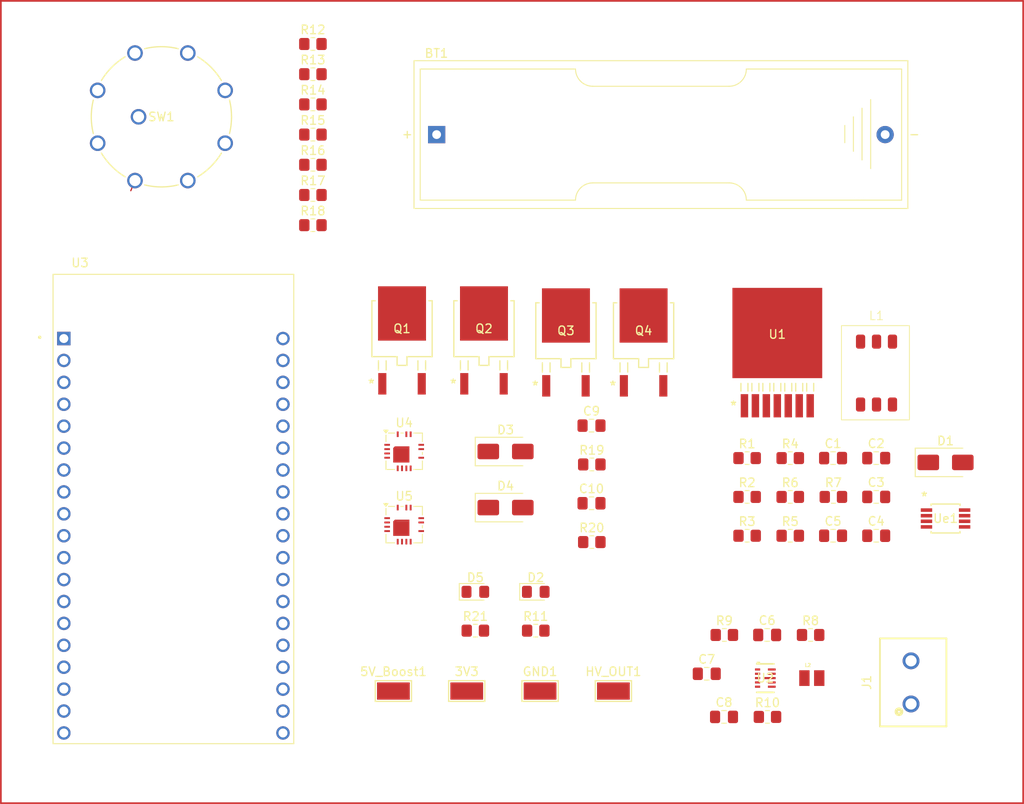
<source format=kicad_pcb>
(kicad_pcb (version 20240108) (generator "pcbnew") (generator_version "8.0")
  (layers (0 "F.Cu" signal) (1 "In1.Cu" signal) (2 "In2.Cu" signal) (31 "B.Cu" signal) (34 "B.Paste" user) (35 "F.Paste" user) (36 "B.SilkS" user "B.Silkscreen") (37 "F.SilkS" user "F.Silkscreen") (38 "B.Mask" user) (39 "F.Mask" user) (44 "Edge.Cuts" user))
  (net 0 "")
  (net 1 "ROT_3V3")
  (net 2 "+5V")
  (net 3 "Net-(BT1-+)")
  (net 4 "GND")
  (net 5 "Net-(C1-Pad1)")
  (net 6 "HV_OUT")
  (net 7 "3V3")
  (net 8 "Net-(D3-K)")
  (net 9 "Net-(Q1-S)")
  (net 10 "Net-(Q3-S)")
  (net 11 "Net-(D4-K)")
  (net 12 "Net-(D1-A)")
  (net 13 "Net-(D2-A)")
  (net 14 "P_Elec")
  (net 15 "N_Elec")
  (net 16 "Net-(U1-SW)")
  (net 17 "Net-(U2-L1)")
  (net 18 "Net-(U2-L2)")
  (net 19 "HV_Out")
  (net 20 "Net-(Q1-G)")
  (net 21 "Net-(Q2-G)")
  (net 22 "Net-(Q3-G)")
  (net 23 "Net-(Q4-G)")
  (net 24 "Net-(U1-~ON{slash}OFF)")
  (net 25 "Net-(U1-COMP)")
  (net 26 "Net-(U1-FB)")
  (net 27 "ESP32_SCL")
  (net 28 "Net-(Ue1-FS1)")
  (net 29 "ESP32_SDA")
  (net 30 "Net-(U2-PG)")
  (net 31 "Net-(U2-FB)")
  (net 32 "Net-(R12-Pad2)")
  (net 33 "Net-(R13-Pad2)")
  (net 34 "Net-(R14-Pad2)")
  (net 35 "Net-(R15-Pad2)")
  (net 36 "Net-(R16-Pad2)")
  (net 37 "Net-(R17-Pad2)")
  (net 38 "ROT_SW")
  (net 42 "DRV_B")
  (net 46 "DRV_A")
  (net 83 "Net-(D5-A)")
  (footprint "ESP32-DEVKITC_32UE:ESPRESSIF_ESP32-DEVKITC-32UE" (layer "F.Cu") (at 98.5 127)
    (property "Reference" "U3" (at -10.825 -31.635 0) (layer "F.SilkS"))
    (property "Value" "ESP32-DEVKITC-32UE")
    (pad "1" thru_hole rect (at -12.7 -22.86) (size 1.56 1.56) (drill 1.04) (layers "*.Cu" "*.Mask"))
    (pad "2" thru_hole circle (at -12.7 -20.32) (size 1.56 1.56) (drill 1.04) (layers "*.Cu" "*.Mask"))
    (pad "3" thru_hole circle (at -12.7 -17.78) (size 1.56 1.56) (drill 1.04) (layers "*.Cu" "*.Mask"))
    (pad "4" thru_hole circle (at -12.7 -15.24) (size 1.56 1.56) (drill 1.04) (layers "*.Cu" "*.Mask"))
    (pad "5" thru_hole circle (at -12.7 -12.7) (size 1.56 1.56) (drill 1.04) (layers "*.Cu" "*.Mask"))
    (pad "6" thru_hole circle (at -12.7 -10.16) (size 1.56 1.56) (drill 1.04) (layers "*.Cu" "*.Mask"))
    (pad "7" thru_hole circle (at -12.7 -7.62) (size 1.56 1.56) (drill 1.04) (layers "*.Cu" "*.Mask") (net 46 "DRV_A"))
    (pad "8" thru_hole circle (at -12.7 -5.08) (size 1.56 1.56) (drill 1.04) (layers "*.Cu" "*.Mask") (net 42 "DRV_B"))
    (pad "9" thru_hole circle (at -12.7 -2.54) (size 1.56 1.56) (drill 1.04) (layers "*.Cu" "*.Mask"))
    (pad "10" thru_hole circle (at -12.7 0) (size 1.56 1.56) (drill 1.04) (layers "*.Cu" "*.Mask"))
    (pad "11" thru_hole circle (at -12.7 2.54) (size 1.56 1.56) (drill 1.04) (layers "*.Cu" "*.Mask") (net 38 "ROT_SW"))
    (pad "12" thru_hole circle (at -12.7 5.08) (size 1.56 1.56) (drill 1.04) (layers "*.Cu" "*.Mask"))
    (pad "13" thru_hole circle (at -12.7 7.62) (size 1.56 1.56) (drill 1.04) (layers "*.Cu" "*.Mask"))
    (pad "14" thru_hole circle (at -12.7 10.16) (size 1.56 1.56) (drill 1.04) (layers "*.Cu" "*.Mask") (net 4 "GND"))
    (pad "15" thru_hole circle (at -12.7 12.7) (size 1.56 1.56) (drill 1.04) (layers "*.Cu" "*.Mask"))
    (pad "16" thru_hole circle (at -12.7 15.24) (size 1.56 1.56) (drill 1.04) (layers "*.Cu" "*.Mask"))
    (pad "17" thru_hole circle (at -12.7 17.78) (size 1.56 1.56) (drill 1.04) (layers "*.Cu" "*.Mask"))
    (pad "18" thru_hole circle (at -12.7 20.32) (size 1.56 1.56) (drill 1.04) (layers "*.Cu" "*.Mask"))
    (pad "19" thru_hole circle (at -12.7 22.86) (size 1.56 1.56) (drill 1.04) (layers "*.Cu" "*.Mask") (net 2 "+5V"))
    (pad "20" thru_hole circle (at 12.7 -22.86) (size 1.56 1.56) (drill 1.04) (layers "*.Cu" "*.Mask") (net 4 "GND"))
    (pad "21" thru_hole circle (at 12.7 -20.32) (size 1.56 1.56) (drill 1.04) (layers "*.Cu" "*.Mask"))
    (pad "22" thru_hole circle (at 12.7 -17.78) (size 1.56 1.56) (drill 1.04) (layers "*.Cu" "*.Mask") (net 27 "ESP32_SCL"))
    (pad "23" thru_hole circle (at 12.7 -15.24) (size 1.56 1.56) (drill 1.04) (layers "*.Cu" "*.Mask"))
    (pad "24" thru_hole circle (at 12.7 -12.7) (size 1.56 1.56) (drill 1.04) (layers "*.Cu" "*.Mask"))
    (pad "25" thru_hole circle (at 12.7 -10.16) (size 1.56 1.56) (drill 1.04) (layers "*.Cu" "*.Mask") (net 29 "ESP32_SDA"))
    (pad "26" thru_hole circle (at 12.7 -7.62) (size 1.56 1.56) (drill 1.04) (layers "*.Cu" "*.Mask") (net 4 "GND"))
    (pad "27" thru_hole circle (at 12.7 -5.08) (size 1.56 1.56) (drill 1.04) (layers "*.Cu" "*.Mask"))
    (pad "28" thru_hole circle (at 12.7 -2.54) (size 1.56 1.56) (drill 1.04) (layers "*.Cu" "*.Mask"))
    (pad "29" thru_hole circle (at 12.7 0) (size 1.56 1.56) (drill 1.04) (layers "*.Cu" "*.Mask"))
    (pad "30" thru_hole circle (at 12.7 2.54) (size 1.56 1.56) (drill 1.04) (layers "*.Cu" "*.Mask") (net 1 "ROT_3V3"))
    (pad "31" thru_hole circle (at 12.7 5.08) (size 1.56 1.56) (drill 1.04) (layers "*.Cu" "*.Mask"))
    (pad "32" thru_hole circle (at 12.7 7.62) (size 1.56 1.56) (drill 1.04) (layers "*.Cu" "*.Mask"))
    (pad "33" thru_hole circle (at 12.7 10.16) (size 1.56 1.56) (drill 1.04) (layers "*.Cu" "*.Mask"))
    (pad "34" thru_hole circle (at 12.7 12.7) (size 1.56 1.56) (drill 1.04) (layers "*.Cu" "*.Mask"))
    (pad "35" thru_hole circle (at 12.7 15.24) (size 1.56 1.56) (drill 1.04) (layers "*.Cu" "*.Mask"))
    (pad "36" thru_hole circle (at 12.7 17.78) (size 1.56 1.56) (drill 1.04) (layers "*.Cu" "*.Mask"))
    (pad "37" thru_hole circle (at 12.7 20.32) (size 1.56 1.56) (drill 1.04) (layers "*.Cu" "*.Mask"))
    (pad "38" thru_hole circle (at 12.7 22.86) (size 1.56 1.56) (drill 1.04) (layers "*.Cu" "*.Mask"))
  )
  (footprint "FES_Footprints:STD5N" (layer "F.Cu") (at 125 103)
    (property "Reference" "Q1" (at 0 0 0) (layer "F.SilkS"))
    (property "Value" "STD5N20L")
    (fp_text user "*" (at -3.556 6.3881 0) (layer "F.SilkS"))
    (fp_text user "*" (at -3.556 6.3881 0) (layer "F.SilkS"))
    (pad "1" smd rect (at -2.286 6.3881) (size 0.9398 2.4892) (layers "F.Cu" "F.Paste" "F.Mask") (net 19 "HV_Out"))
    (pad "2" smd rect (at 0 -1.7653) (size 5.5626 6.2992) (layers "F.Cu" "F.Paste" "F.Mask") (net 20 "Net-(Q1-G)"))
    (pad "3" smd rect (at 2.286 6.3881) (size 0.9398 2.4892) (layers "F.Cu" "F.Paste" "F.Mask") (net 9 "Net-(Q1-S)"))
  )
  (footprint "Resistor_SMD:R_0805_2012Metric_Pad1.20x1.40mm_HandSolder" (layer "F.Cu") (at 140.5 138)
    (property "Reference" "R11" (at 0 -1.65 0) (layer "F.SilkS"))
    (property "Value" "65")
    (pad "1" smd roundrect (at -1 0) (size 1.2 1.4) (layers "F.Cu" "F.Paste" "F.Mask") (roundrect_rratio 0.208333) (net 46 "DRV_A"))
    (pad "2" smd roundrect (at 1 0) (size 1.2 1.4) (layers "F.Cu" "F.Paste" "F.Mask") (roundrect_rratio 0.208333) (net 13 "Net-(D2-A)"))
  )
  (footprint "FES_Footprints:STD5N" (layer "F.Cu") (at 153 103.2347)
    (property "Reference" "Q4" (at 0 0 0) (layer "F.SilkS"))
    (property "Value" "STD5N20L")
    (fp_text user "*" (at -3.556 6.3881 0) (layer "F.SilkS"))
    (fp_text user "*" (at -3.556 6.3881 0) (layer "F.SilkS"))
    (pad "1" smd rect (at -2.286 6.3881) (size 0.9398 2.4892) (layers "F.Cu" "F.Paste" "F.Mask") (net 10 "Net-(Q3-S)"))
    (pad "2" smd rect (at 0 -1.7653) (size 5.5626 6.2992) (layers "F.Cu" "F.Paste" "F.Mask") (net 23 "Net-(Q4-G)"))
    (pad "3" smd rect (at 2.286 6.3881) (size 0.9398 2.4892) (layers "F.Cu" "F.Paste" "F.Mask") (net 4 "GND"))
  )
  (footprint "Diode_SMD:D_SMA" (layer "F.Cu") (at 137 117.2347)
    (property "Reference" "D3" (at 0 -2.5 0) (layer "F.SilkS"))
    (property "Value" "SS1150")
    (pad "1" smd roundrect (at -2 0) (size 2.5 1.8) (layers "F.Cu" "F.Paste" "F.Mask") (roundrect_rratio 0.1388888889) (net 8 "Net-(D3-K)"))
    (pad "2" smd roundrect (at 2 0) (size 2.5 1.8) (layers "F.Cu" "F.Paste" "F.Mask") (roundrect_rratio 0.1388888889) (net 2 "+5V"))
  )
  (footprint "Resistor_SMD:R_0805_2012Metric_Pad1.20x1.40mm_HandSolder" (layer "F.Cu") (at 162.36 138.5)
    (property "Reference" "R9" (at 0 -1.65 0) (layer "F.SilkS"))
    (property "Value" "806K")
    (pad "1" smd roundrect (at -1 0) (size 1.2 1.4) (layers "F.Cu" "F.Paste" "F.Mask") (roundrect_rratio 0.208333) (net 31 "Net-(U2-FB)"))
    (pad "2" smd roundrect (at 1 0) (size 1.2 1.4) (layers "F.Cu" "F.Paste" "F.Mask") (roundrect_rratio 0.208333) (net 2 "+5V"))
  )
  (footprint "Capacitor_SMD:C_0805_2012Metric_Pad1.18x1.45mm_HandSolder" (layer "F.Cu") (at 160.3225 143)
    (property "Reference" "C7" (at 0 -1.68 0) (layer "F.SilkS"))
    (property "Value" "22uF")
    (pad "1" smd roundrect (at -1.0375 0) (size 1.175 1.45) (layers "F.Cu" "F.Paste" "F.Mask") (roundrect_rratio 0.212766) (net 2 "+5V"))
    (pad "2" smd roundrect (at 1.0375 0) (size 1.175 1.45) (layers "F.Cu" "F.Paste" "F.Mask") (roundrect_rratio 0.212766) (net 4 "GND"))
  )
  (footprint "Diode_SMD:D_SMA" (layer "F.Cu") (at 137 123.7347)
    (property "Reference" "D4" (at 0 -2.5 0) (layer "F.SilkS"))
    (property "Value" "SS1150")
    (pad "1" smd roundrect (at -2 0) (size 2.5 1.8) (layers "F.Cu" "F.Paste" "F.Mask") (roundrect_rratio 0.1388888889) (net 11 "Net-(D4-K)"))
    (pad "2" smd roundrect (at 2 0) (size 2.5 1.8) (layers "F.Cu" "F.Paste" "F.Mask") (roundrect_rratio 0.1388888889) (net 2 "+5V"))
  )
  (footprint "FES_Footprints:21-0036_U8&plus_1_MXM" (layer "F.Cu") (at 188 125)
    (property "Reference" "Ue1" (at 0 0 0) (layer "F.SilkS"))
    (property "Value" "DS4432")
    (fp_text user "*" (at -2.4638 -2.52476 0) (layer "F.SilkS"))
    (fp_text user "*" (at -2.4638 -2.52476 0) (layer "F.SilkS"))
    (pad "1" smd rect (at -2.2098 -0.97536) (size 1.3208 0.4064) (layers "F.Cu" "F.Paste" "F.Mask") (net 29 "ESP32_SDA"))
    (pad "2" smd rect (at -2.2098 -0.32512) (size 1.3208 0.4064) (layers "F.Cu" "F.Paste" "F.Mask") (net 27 "ESP32_SCL"))
    (pad "3" smd rect (at -2.2098 0.32512) (size 1.3208 0.4064) (layers "F.Cu" "F.Paste" "F.Mask") (net 28 "Net-(Ue1-FS1)"))
    (pad "4" smd rect (at -2.2098 0.97536) (size 1.3208 0.4064) (layers "F.Cu" "F.Paste" "F.Mask") (net 4 "GND"))
    (pad "5" smd rect (at 2.2098 0.97536) (size 1.3208 0.4064) (layers "F.Cu" "F.Paste" "F.Mask"))
    (pad "6" smd rect (at 2.2098 0.32512) (size 1.3208 0.4064) (layers "F.Cu" "F.Paste" "F.Mask"))
    (pad "7" smd rect (at 2.2098 -0.32512) (size 1.3208 0.4064) (layers "F.Cu" "F.Paste" "F.Mask") (net 26 "Net-(U1-FB)"))
    (pad "8" smd rect (at 2.2098 -0.97536) (size 1.3208 0.4064) (layers "F.Cu" "F.Paste" "F.Mask") (net 7 "3V3"))
  )
  (footprint "Capacitor_SMD:C_0805_2012Metric_Pad1.18x1.45mm_HandSolder" (layer "F.Cu") (at 174.9625 118)
    (property "Reference" "C1" (at 0 -1.68 0) (layer "F.SilkS"))
    (property "Value" ".47u")
    (pad "1" smd roundrect (at -1.0375 0) (size 1.175 1.45) (layers "F.Cu" "F.Paste" "F.Mask") (roundrect_rratio 0.212766) (net 5 "Net-(C1-Pad1)"))
    (pad "2" smd roundrect (at 1.0375 0) (size 1.175 1.45) (layers "F.Cu" "F.Paste" "F.Mask") (roundrect_rratio 0.212766) (net 4 "GND"))
  )
  (footprint "Diode_SMD:D_SMA" (layer "F.Cu") (at 188 118.5)
    (property "Reference" "D1" (at 0 -2.5 0) (layer "F.SilkS"))
    (property "Value" "US1G")
    (pad "1" smd roundrect (at -2 0) (size 2.5 1.8) (layers "F.Cu" "F.Paste" "F.Mask") (roundrect_rratio 0.1388888889) (net 6 "HV_OUT"))
    (pad "2" smd roundrect (at 2 0) (size 2.5 1.8) (layers "F.Cu" "F.Paste" "F.Mask") (roundrect_rratio 0.1388888889) (net 12 "Net-(D1-A)"))
  )
  (footprint "Screw-Terminal-1x2:691137710002" (layer "F.Cu") (at 184 144 90)
    (property "Reference" "J1" (at 0 -5.135 90) (layer "F.SilkS"))
    (property "Value" "Screw_Terminal_01x02")
    (pad "1" thru_hole circle (at -2.5 0 90) (size 1.95 1.95) (drill 1.3) (layers "*.Cu" "*.Mask") (net 15 "N_Elec"))
    (pad "2" thru_hole circle (at 2.5 0 90) (size 1.95 1.95) (drill 1.3) (layers "*.Cu" "*.Mask") (net 14 "P_Elec"))
  )
  (footprint "LED_SMD:LED_0805_2012Metric_Pad1.15x1.40mm_HandSolder" (layer "F.Cu") (at 140.5 133.5)
    (property "Reference" "D2" (at 0 -1.65 0) (layer "F.SilkS"))
    (property "Value" "LED")
    (pad "1" smd roundrect (at -1.025 0) (size 1.15 1.4) (layers "F.Cu" "F.Paste" "F.Mask") (roundrect_rratio 0.217391) (net 4 "GND"))
    (pad "2" smd roundrect (at 1.025 0) (size 1.15 1.4) (layers "F.Cu" "F.Paste" "F.Mask") (roundrect_rratio 0.217391) (net 13 "Net-(D2-A)"))
  )
  (footprint "FES_Footprints:WE 750311691" (layer "F.Cu") (at 180 107.726)
    (property "Reference" "L1" (at 0 -6.226 0) (layer "F.SilkS") (effects (font (thickness 0.1))))
    (property "Value" "60u")
    (pad "1" smd roundrect (at -1.85 -3.226 180) (size 1.07 1.63) (layers "F.Cu" "F.Paste" "F.Mask") (net 16 "Net-(U1-SW)"))
    (pad "2" smd roundrect (at 0 -3.226 180) (size 1.07 1.63) (layers "F.Cu" "F.Paste" "F.Mask"))
    (pad "3" smd roundrect (at 1.85 -3.226 180) (size 1.07 1.63) (layers "F.Cu" "F.Paste" "F.Mask") (net 2 "+5V"))
    (pad "4" smd roundrect (at 1.85 4.064 180) (size 1.07 1.63) (layers "F.Cu" "F.Paste" "F.Mask") (net 12 "Net-(D1-A)"))
    (pad "5" smd roundrect (at 0 4.064 180) (size 1.07 1.63) (layers "F.Cu" "F.Paste" "F.Mask"))
    (pad "6" smd roundrect (at -1.85 4.064 180) (size 1.07 1.63) (layers "F.Cu" "F.Paste" "F.Mask") (net 4 "GND"))
  )
  (footprint "Capacitor_SMD:C_0805_2012Metric_Pad1.18x1.45mm_HandSolder" (layer "F.Cu") (at 174.9625 127)
    (property "Reference" "C5" (at 0 -1.68 0) (layer "F.SilkS"))
    (property "Value" ".1u")
    (pad "1" smd roundrect (at -1.0375 0) (size 1.175 1.45) (layers "F.Cu" "F.Paste" "F.Mask") (roundrect_rratio 0.212766) (net 7 "3V3"))
    (pad "2" smd roundrect (at 1.0375 0) (size 1.175 1.45) (layers "F.Cu" "F.Paste" "F.Mask") (roundrect_rratio 0.212766) (net 4 "GND"))
  )
  (footprint "Package_DFN_QFN:Infineon_MLPQ-16-14-1EP_4x4mm_P0.5mm" (layer "F.Cu") (at 125.25 125.7097)
    (property "Reference" "U5" (at 0 -3.3 0) (layer "F.SilkS"))
    (property "Value" "IRS2005M")
    (pad "1" smd rect (at -1.975 -0.75) (size 0.65 0.22) (layers "F.Cu" "F.Paste" "F.Mask"))
    (pad "2" smd rect (at -1.975 -0.25) (size 0.65 0.22) (layers "F.Cu" "F.Paste" "F.Mask") (net 42 "DRV_B"))
    (pad "3" smd rect (at -1.975 0.25) (size 0.65 0.22) (layers "F.Cu" "F.Paste" "F.Mask") (net 46 "DRV_A"))
    (pad "4" smd rect (at -1.975 0.75) (size 0.65 0.22) (layers "F.Cu" "F.Paste" "F.Mask") (net 4 "GND"))
    (pad "5" smd rect (at -0.75 1.975) (size 0.22 0.65) (layers "F.Cu" "F.Paste" "F.Mask"))
    (pad "6" smd rect (at -0.25 1.975) (size 0.22 0.65) (layers "F.Cu" "F.Paste" "F.Mask"))
    (pad "7" smd rect (at 0.25 1.975) (size 0.22 0.65) (layers "F.Cu" "F.Paste" "F.Mask") (net 23 "Net-(Q4-G)"))
    (pad "8" smd rect (at 0.75 1.975) (size 0.22 0.65) (layers "F.Cu" "F.Paste" "F.Mask"))
    (pad "9" smd rect (at 1.975 0.75) (size 0.65 0.22) (layers "F.Cu" "F.Paste" "F.Mask"))
    (pad "11" smd rect (at 1.975 -0.25) (size 0.65 0.22) (layers "F.Cu" "F.Paste" "F.Mask") (net 10 "Net-(Q3-S)"))
    (pad "12" smd rect (at 1.975 -0.75) (size 0.65 0.22) (layers "F.Cu" "F.Paste" "F.Mask") (net 22 "Net-(Q3-G)"))
    (pad "13" smd rect (at 0.75 -1.975) (size 0.22 0.65) (layers "F.Cu" "F.Paste" "F.Mask") (net 11 "Net-(D4-K)"))
    (pad "14" smd rect (at 0.25 -1.975) (size 0.22 0.65) (layers "F.Cu" "F.Paste" "F.Mask"))
    (pad "16" smd rect (at -0.75 -1.975) (size 0.22 0.65) (layers "F.Cu" "F.Paste" "F.Mask") (net 2 "+5V"))
    (pad "17" smd rect (at -1.075 -0.375 45) (size 0.2828 0.2828) (layers "F.Cu" "F.Mask") (net 4 "GND"))
    (pad "17" smd rect (at -0.335 0.465) (size 1.88 1.68) (layers "F.Cu" "F.Mask") (net 4 "GND"))
    (pad "17" smd rect (at -0.235 -0.475) (size 1.68 0.2) (layers "F.Cu" "F.Mask") (net 4 "GND"))
  )
  (footprint "TestPoint:TestPoint_Keystone_5019_Minature" (layer "F.Cu") (at 124 145)
    (property "Reference" "5V_Boost1" (at 0 -2.25 0) (layer "F.SilkS"))
    (property "Value" "TestPoint")
    (pad "1" smd rect (at 0 0) (size 3.8 2) (layers "F.Cu" "F.Paste" "F.Mask") (net 2 "+5V"))
  )
  (footprint "FES_Footprints:STD5N" (layer "F.Cu") (at 144 103.2347)
    (property "Reference" "Q3" (at 0 0 0) (layer "F.SilkS"))
    (property "Value" "STD5N20L")
    (fp_text user "*" (at -3.556 6.3881 0) (layer "F.SilkS"))
    (fp_text user "*" (at -3.556 6.3881 0) (layer "F.SilkS"))
    (pad "1" smd rect (at -2.286 6.3881) (size 0.9398 2.4892) (layers "F.Cu" "F.Paste" "F.Mask") (net 19 "HV_Out"))
    (pad "2" smd rect (at 0 -1.7653) (size 5.5626 6.2992) (layers "F.Cu" "F.Paste" "F.Mask") (net 22 "Net-(Q3-G)"))
    (pad "3" smd rect (at 2.286 6.3881) (size 0.9398 2.4892) (layers "F.Cu" "F.Paste" "F.Mask") (net 10 "Net-(Q3-S)"))
  )
  (footprint "Resistor_SMD:R_0805_2012Metric_Pad1.20x1.40mm_HandSolder" (layer "F.Cu") (at 114.67043 73.5)
    (property "Reference" "R13" (at 0 -1.65 0) (layer "F.SilkS"))
    (property "Value" "1K")
    (pad "1" smd roundrect (at -1 0) (size 1.2 1.4) (layers "F.Cu" "F.Paste" "F.Mask") (roundrect_rratio 0.208333) (net 32 "Net-(R12-Pad2)"))
    (pad "2" smd roundrect (at 1 0) (size 1.2 1.4) (layers "F.Cu" "F.Paste" "F.Mask") (roundrect_rratio 0.208333) (net 33 "Net-(R13-Pad2)"))
  )
  (footprint "Battery:BatteryHolder_Keystone_2460_1xAA" (layer "F.Cu") (at 129.01 80.5)
    (property "Reference" "BT1" (at -0.02 -9.42 180) (layer "F.SilkS"))
    (property "Value" "1.5V")
    (fp_text user "+" (at -3.4 -0.06 0) (layer "F.SilkS"))
    (fp_text user "-" (at 55.37 -0.06 0) (layer "F.SilkS"))
    (pad "" np_thru_hole circle (at 2.75 -5.995 90) (size 2.64 2.64) (drill 2.64) (layers "*.Cu" "*.Mask"))
    (pad "" np_thru_hole circle (at 49.23 5.995) (size 2.64 2.64) (drill 2.64) (layers "*.Cu" "*.Mask"))
    (pad "1" thru_hole rect (at 0 0 180) (size 2 2) (drill 1.02) (layers "*.Cu" "*.Mask") (net 3 "Net-(BT1-+)"))
    (pad "2" thru_hole circle (at 51.99 0 180) (size 2 2) (drill 1.02) (layers "*.Cu" "*.Mask") (net 4 "GND"))
  )
  (footprint "Resistor_SMD:R_0805_2012Metric_Pad1.20x1.40mm_HandSolder" (layer "F.Cu") (at 165 127)
    (property "Reference" "R3" (at 0 -1.65 0) (layer "F.SilkS"))
    (property "Value" "86k")
    (pad "1" smd roundrect (at -1 0) (size 1.2 1.4) (layers "F.Cu" "F.Paste" "F.Mask") (roundrect_rratio 0.208333) (net 6 "HV_OUT"))
    (pad "2" smd roundrect (at 1 0) (size 1.2 1.4) (layers "F.Cu" "F.Paste" "F.Mask") (roundrect_rratio 0.208333) (net 26 "Net-(U1-FB)"))
  )
  (footprint "TestPoint:TestPoint_Keystone_5019_Minature" (layer "F.Cu") (at 149.5 145)
    (property "Reference" "HV_OUT1" (at 0 -2.25 0) (layer "F.SilkS"))
    (property "Value" "TestPoint")
    (pad "1" smd rect (at 0 0) (size 3.8 2) (layers "F.Cu" "F.Paste" "F.Mask") (net 6 "HV_OUT"))
  )
  (footprint "Capacitor_SMD:C_0805_2012Metric_Pad1.18x1.45mm_HandSolder" (layer "F.Cu") (at 179.9625 122.5)
    (property "Reference" "C3" (at 0 -1.68 0) (layer "F.SilkS"))
    (property "Value" "22u")
    (pad "1" smd roundrect (at -1.0375 0) (size 1.175 1.45) (layers "F.Cu" "F.Paste" "F.Mask") (roundrect_rratio 0.212766) (net 6 "HV_OUT"))
    (pad "2" smd roundrect (at 1.0375 0) (size 1.175 1.45) (layers "F.Cu" "F.Paste" "F.Mask") (roundrect_rratio 0.212766) (net 4 "GND"))
  )
  (footprint "Capacitor_SMD:C_0805_2012Metric_Pad1.18x1.45mm_HandSolder" (layer "F.Cu") (at 162.3225 148)
    (property "Reference" "C8" (at 0 -1.68 0) (layer "F.SilkS"))
    (property "Value" "22uF")
    (pad "1" smd roundrect (at -1.0375 0) (size 1.175 1.45) (layers "F.Cu" "F.Paste" "F.Mask") (roundrect_rratio 0.212766) (net 2 "+5V"))
    (pad "2" smd roundrect (at 1.0375 0) (size 1.175 1.45) (layers "F.Cu" "F.Paste" "F.Mask") (roundrect_rratio 0.212766) (net 4 "GND"))
  )
  (footprint "Capacitor_SMD:C_0805_2012Metric_Pad1.18x1.45mm_HandSolder" (layer "F.Cu") (at 179.9625 118)
    (property "Reference" "C2" (at 0 -1.68 0) (layer "F.SilkS"))
    (property "Value" "1u")
    (pad "1" smd roundrect (at -1.0375 0) (size 1.175 1.45) (layers "F.Cu" "F.Paste" "F.Mask") (roundrect_rratio 0.212766) (net 2 "+5V"))
    (pad "2" smd roundrect (at 1.0375 0) (size 1.175 1.45) (layers "F.Cu" "F.Paste" "F.Mask") (roundrect_rratio 0.212766) (net 4 "GND"))
  )
  (footprint "LED_SMD:LED_0805_2012Metric_Pad1.15x1.40mm_HandSolder" (layer "F.Cu") (at 133.5 133.5)
    (property "Reference" "D5" (at 0 -1.65 0) (layer "F.SilkS"))
    (property "Value" "LED")
    (pad "1" smd roundrect (at -1.025 0) (size 1.15 1.4) (layers "F.Cu" "F.Paste" "F.Mask") (roundrect_rratio 0.217391) (net 4 "GND"))
    (pad "2" smd roundrect (at 1.025 0) (size 1.15 1.4) (layers "F.Cu" "F.Paste" "F.Mask") (roundrect_rratio 0.217391) (net 83 "Net-(D5-A)"))
  )
  (footprint "Capacitor_SMD:C_0805_2012Metric_Pad1.18x1.45mm_HandSolder" (layer "F.Cu") (at 167.3225 138.5)
    (property "Reference" "C6" (at 0 -1.68 0) (layer "F.SilkS"))
    (property "Value" "10uF")
    (pad "1" smd roundrect (at -1.0375 0) (size 1.175 1.45) (layers "F.Cu" "F.Paste" "F.Mask") (roundrect_rratio 0.212766) (net 3 "Net-(BT1-+)"))
    (pad "2" smd roundrect (at 1.0375 0) (size 1.175 1.45) (layers "F.Cu" "F.Paste" "F.Mask") (roundrect_rratio 0.212766) (net 4 "GND"))
  )
  (footprint "Resistor_SMD:R_0805_2012Metric_Pad1.20x1.40mm_HandSolder" (layer "F.Cu") (at 114.67043 70)
    (property "Reference" "R12" (at 0 -1.65 0) (layer "F.SilkS"))
    (property "Value" "1K")
    (pad "1" smd roundrect (at -1 0) (size 1.2 1.4) (layers "F.Cu" "F.Paste" "F.Mask") (roundrect_rratio 0.208333) (net 1 "ROT_3V3"))
    (pad "2" smd roundrect (at 1 0) (size 1.2 1.4) (layers "F.Cu" "F.Paste" "F.Mask") (roundrect_rratio 0.208333) (net 32 "Net-(R12-Pad2)"))
  )
  (footprint "Resistor_SMD:R_0805_2012Metric_Pad1.20x1.40mm_HandSolder" (layer "F.Cu") (at 165 122.5)
    (property "Reference" "R2" (at 0 -1.65 0) (layer "F.SilkS"))
    (property "Value" "2k")
    (pad "1" smd roundrect (at -1 0) (size 1.2 1.4) (layers "F.Cu" "F.Paste" "F.Mask") (roundrect_rratio 0.208333) (net 25 "Net-(U1-COMP)"))
    (pad "2" smd roundrect (at 1 0) (size 1.2 1.4) (layers "F.Cu" "F.Paste" "F.Mask") (roundrect_rratio 0.208333) (net 5 "Net-(C1-Pad1)"))
  )
  (footprint "Resistor_SMD:R_0805_2012Metric_Pad1.20x1.40mm_HandSolder" (layer "F.Cu") (at 172.36 138.5)
    (property "Reference" "R8" (at 0 -1.65 0) (layer "F.SilkS"))
    (property "Value" "100K")
    (pad "1" smd roundrect (at -1 0) (size 1.2 1.4) (layers "F.Cu" "F.Paste" "F.Mask") (roundrect_rratio 0.208333) (net 30 "Net-(U2-PG)"))
    (pad "2" smd roundrect (at 1 0) (size 1.2 1.4) (layers "F.Cu" "F.Paste" "F.Mask") (roundrect_rratio 0.208333) (net 2 "+5V"))
  )
  (footprint "Resistor_SMD:R_0805_2012Metric_Pad1.20x1.40mm_HandSolder" (layer "F.Cu") (at 114.67043 84)
    (property "Reference" "R16" (at 0 -1.65 0) (layer "F.SilkS"))
    (property "Value" "1K")
    (pad "1" smd roundrect (at -1 0) (size 1.2 1.4) (layers "F.Cu" "F.Paste" "F.Mask") (roundrect_rratio 0.208333) (net 35 "Net-(R15-Pad2)"))
    (pad "2" smd roundrect (at 1 0) (size 1.2 1.4) (layers "F.Cu" "F.Paste" "F.Mask") (roundrect_rratio 0.208333) (net 36 "Net-(R16-Pad2)"))
  )
  (footprint "Resistor_SMD:R_0805_2012Metric_Pad1.20x1.40mm_HandSolder" (layer "F.Cu") (at 170 122.5)
    (property "Reference" "R6" (at 0 -1.65 0) (layer "F.SilkS"))
    (property "Value" "80k")
    (pad "1" smd roundrect (at -1 0) (size 1.2 1.4) (layers "F.Cu" "F.Paste" "F.Mask") (roundrect_rratio 0.208333) (net 28 "Net-(Ue1-FS1)"))
    (pad "2" smd roundrect (at 1 0) (size 1.2 1.4) (layers "F.Cu" "F.Paste" "F.Mask") (roundrect_rratio 0.208333) (net 4 "GND"))
  )
  (footprint "Resistor_SMD:R_0805_2012Metric_Pad1.20x1.40mm_HandSolder" (layer "F.Cu") (at 147 118.7347)
    (property "Reference" "R19" (at 0 -1.65 0) (layer "F.SilkS"))
    (property "Value" "250")
    (pad "1" smd roundrect (at -1 0) (size 1.2 1.4) (layers "F.Cu" "F.Paste" "F.Mask") (roundrect_rratio 0.208333) (net 9 "Net-(Q1-S)"))
    (pad "2" smd roundrect (at 1 0) (size 1.2 1.4) (layers "F.Cu" "F.Paste" "F.Mask") (roundrect_rratio 0.208333) (net 14 "P_Elec"))
  )
  (footprint "FES_Footprints:STD5N" (layer "F.Cu") (at 134.5 103)
    (property "Reference" "Q2" (at 0 0 0) (layer "F.SilkS"))
    (property "Value" "STD5N20L")
    (fp_text user "*" (at -3.556 6.3881 0) (layer "F.SilkS"))
    (fp_text user "*" (at -3.556 6.3881 0) (layer "F.SilkS"))
    (pad "1" smd rect (at -2.286 6.3881) (size 0.9398 2.4892) (layers "F.Cu" "F.Paste" "F.Mask") (net 9 "Net-(Q1-S)"))
    (pad "2" smd rect (at 0 -1.7653) (size 5.5626 6.2992) (layers "F.Cu" "F.Paste" "F.Mask") (net 21 "Net-(Q2-G)"))
    (pad "3" smd rect (at 2.286 6.3881) (size 0.9398 2.4892) (layers "F.Cu" "F.Paste" "F.Mask") (net 4 "GND"))
  )
  (footprint "Resistor_SMD:R_0805_2012Metric_Pad1.20x1.40mm_HandSolder" (layer "F.Cu") (at 170 127)
    (property "Reference" "R5" (at 0 -1.65 0) (layer "F.SilkS"))
    (property "Value" "4.7k")
    (pad "1" smd roundrect (at -1 0) (size 1.2 1.4) (layers "F.Cu" "F.Paste" "F.Mask") (roundrect_rratio 0.208333) (net 7 "3V3"))
    (pad "2" smd roundrect (at 1 0) (size 1.2 1.4) (layers "F.Cu" "F.Paste" "F.Mask") (roundrect_rratio 0.208333) (net 27 "ESP32_SCL"))
  )
  (footprint "Resistor_SMD:R_0805_2012Metric_Pad1.20x1.40mm_HandSolder" (layer "F.Cu") (at 175 122.5)
    (property "Reference" "R7" (at 0 -1.65 0) (layer "F.SilkS"))
    (property "Value" "4.7k")
    (pad "1" smd roundrect (at -1 0) (size 1.2 1.4) (layers "F.Cu" "F.Paste" "F.Mask") (roundrect_rratio 0.208333) (net 7 "3V3"))
    (pad "2" smd roundrect (at 1 0) (size 1.2 1.4) (layers "F.Cu" "F.Paste" "F.Mask") (roundrect_rratio 0.208333) (net 29 "ESP32_SDA"))
  )
  (footprint "Resistor_SMD:R_0805_2012Metric_Pad1.20x1.40mm_HandSolder" (layer "F.Cu") (at 114.67043 87.5)
    (property "Reference" "R17" (at 0 -1.65 0) (layer "F.SilkS"))
    (property "Value" "1K")
    (pad "1" smd roundrect (at -1 0) (size 1.2 1.4) (layers "F.Cu" "F.Paste" "F.Mask") (roundrect_rratio 0.208333) (net 36 "Net-(R16-Pad2)"))
    (pad "2" smd roundrect (at 1 0) (size 1.2 1.4) (layers "F.Cu" "F.Paste" "F.Mask") (roundrect_rratio 0.208333) (net 37 "Net-(R17-Pad2)"))
  )
  (footprint "TPS63802DLAR:DLA0010A" (layer "F.Cu") (at 167.109999 143.500001)
    (property "Reference" "U2" (at 0 0 0) (layer "F.SilkS"))
    (property "Value" "TPS63802DLAR")
    (pad "1" smd rect (at -0.900001 -1.000001) (size 0.599999 0.249999) (layers "F.Cu" "F.Paste" "F.Mask") (net 3 "Net-(BT1-+)"))
    (pad "2" smd rect (at -0.900001 -0.499999) (size 0.599999 0.249999) (layers "F.Cu" "F.Paste" "F.Mask") (net 4 "GND"))
    (pad "3" smd rect (at -0.900001 0) (size 0.599999 0.249999) (layers "F.Cu" "F.Paste" "F.Mask") (net 4 "GND"))
    (pad "4" smd rect (at -0.900001 0.499999) (size 0.599999 0.249999) (layers "F.Cu" "F.Paste" "F.Mask") (net 31 "Net-(U2-FB)"))
    (pad "5" smd rect (at -0.900001 1.000001) (size 0.599999 0.249999) (layers "F.Cu" "F.Paste" "F.Mask") (net 30 "Net-(U2-PG)"))
    (pad "6" smd rect (at 0.750001 1.000001) (size 0.900001 0.249999) (layers "F.Cu" "F.Paste" "F.Mask") (net 2 "+5V"))
    (pad "7" smd rect (at 0.750001 0.499999) (size 0.900001 0.249999) (layers "F.Cu" "F.Paste" "F.Mask") (net 18 "Net-(U2-L2)"))
    (pad "8" smd rect (at 0.549999 0) (size 1.3 0.249999) (layers "F.Cu" "F.Mask") (net 4 "GND"))
    (pad "9" smd rect (at 0.750001 -0.499999) (size 0.900001 0.249999) (layers "F.Cu" "F.Paste" "F.Mask") (net 17 "Net-(U2-L1)"))
    (pad "10" smd rect (at 0.750001 -1.000001) (size 0.900001 0.249999) (layers "F.Cu" "F.Paste" "F.Mask") (net 3 "Net-(BT1-+)"))
  )
  (footprint "TestPoint:TestPoint_Keystone_5019_Minature" (layer "F.Cu") (at 141 145)
    (property "Reference" "GND1" (at 0 -2.25 0) (layer "F.SilkS"))
    (property "Value" "TestPoint")
    (pad "1" smd rect (at 0 0) (size 3.8 2) (layers "F.Cu" "F.Paste" "F.Mask") (net 4 "GND"))
  )
  (footprint "Resistor_SMD:R_0805_2012Metric_Pad1.20x1.40mm_HandSolder" (layer "F.Cu") (at 133.5 138)
    (property "Reference" "R21" (at 0 -1.65 0) (layer "F.SilkS"))
    (property "Value" "65")
    (pad "1" smd roundrect (at -1 0) (size 1.2 1.4) (layers "F.Cu" "F.Paste" "F.Mask") (roundrect_rratio 0.208333) (net 42 "DRV_B"))
    (pad "2" smd roundrect (at 1 0) (size 1.2 1.4) (layers "F.Cu" "F.Paste" "F.Mask") (roundrect_rratio 0.208333) (net 83 "Net-(D5-A)"))
  )
  (footprint "Resistor_SMD:R_0805_2012Metric_Pad1.20x1.40mm_HandSolder" (layer "F.Cu") (at 167.36 148)
    (property "Reference" "R10" (at 0 -1.65 0) (layer "F.SilkS"))
    (property "Value" "91K")
    (pad "1" smd roundrect (at -1 0) (size 1.2 1.4) (layers "F.Cu" "F.Paste" "F.Mask") (roundrect_rratio 0.208333) (net 4 "GND"))
    (pad "2" smd roundrect (at 1 0) (size 1.2 1.4) (layers "F.Cu" "F.Paste" "F.Mask") (roundrect_rratio 0.208333) (net 31 "Net-(U2-FB)"))
  )
  (footprint "DFE201612P-470nH:INDC2016X120N" (layer "F.Cu") (at 172.5 143.5)
    (property "Reference" "L2" (at -0.46 -1.5 0) (layer "F.SilkS") (effects (font (size 0.393701 0.393701))))
    (property "Value" "470nH")
    (pad "1" smd rect (at -0.86 0) (size 1.2 1.82) (layers "F.Cu" "F.Paste" "F.Mask") (net 17 "Net-(U2-L1)"))
    (pad "2" smd rect (at 0.86 0) (size 1.2 1.82) (layers "F.Cu" "F.Paste" "F.Mask") (net 18 "Net-(U2-L2)"))
  )
  (footprint "Resistor_SMD:R_0805_2012Metric_Pad1.20x1.40mm_HandSolder" (layer "F.Cu") (at 147 127.7347)
    (property "Reference" "R20" (at 0 -1.65 0) (layer "F.SilkS"))
    (property "Value" "250")
    (pad "1" smd roundrect (at -1 0) (size 1.2 1.4) (layers "F.Cu" "F.Paste" "F.Mask") (roundrect_rratio 0.208333) (net 15 "N_Elec"))
    (pad "2" smd roundrect (at 1 0) (size 1.2 1.4) (layers "F.Cu" "F.Paste" "F.Mask") (roundrect_rratio 0.208333) (net 10 "Net-(Q3-S)"))
  )
  (footprint "Resistor_SMD:R_0805_2012Metric_Pad1.20x1.40mm_HandSolder" (layer "F.Cu") (at 170 118)
    (property "Reference" "R4" (at 0 -1.65 0) (layer "F.SilkS"))
    (property "Value" "12k")
    (pad "1" smd roundrect (at -1 0) (size 1.2 1.4) (layers "F.Cu" "F.Paste" "F.Mask") (roundrect_rratio 0.208333) (net 26 "Net-(U1-FB)"))
    (pad "2" smd roundrect (at 1 0) (size 1.2 1.4) (layers "F.Cu" "F.Paste" "F.Mask") (roundrect_rratio 0.208333) (net 4 "GND"))
  )
  (footprint "Capacitor_SMD:C_0805_2012Metric_Pad1.18x1.45mm_HandSolder" (layer "F.Cu") (at 179.9625 127)
    (property "Reference" "C4" (at 0 -1.68 0) (layer "F.SilkS"))
    (property "Value" "100u")
    (pad "1" smd roundrect (at -1.0375 0) (size 1.175 1.45) (layers "F.Cu" "F.Paste" "F.Mask") (roundrect_rratio 0.212766) (net 6 "HV_OUT"))
    (pad "2" smd roundrect (at 1.0375 0) (size 1.175 1.45) (layers "F.Cu" "F.Paste" "F.Mask") (roundrect_rratio 0.212766) (net 4 "GND"))
  )
  (footprint "Capacitor_SMD:C_0805_2012Metric_Pad1.18x1.45mm_HandSolder" (layer "F.Cu") (at 146.9625 114.2347)
    (property "Reference" "C9" (at 0 -1.68 0) (layer "F.SilkS"))
    (property "Value" "10n")
    (pad "1" smd roundrect (at -1.0375 0) (size 1.175 1.45) (layers "F.Cu" "F.Paste" "F.Mask") (roundrect_rratio 0.212766) (net 8 "Net-(D3-K)"))
    (pad "2" smd roundrect (at 1.0375 0) (size 1.175 1.45) (layers "F.Cu" "F.Paste" "F.Mask") (roundrect_rratio 0.212766) (net 9 "Net-(Q1-S)"))
  )
  (footprint "Resistor_SMD:R_0805_2012Metric_Pad1.20x1.40mm_HandSolder" (layer "F.Cu") (at 114.67043 91)
    (property "Reference" "R18" (at 0 -1.65 0) (layer "F.SilkS"))
    (property "Value" "1K")
    (pad "1" smd roundrect (at -1 0) (size 1.2 1.4) (layers "F.Cu" "F.Paste" "F.Mask") (roundrect_rratio 0.208333) (net 37 "Net-(R17-Pad2)"))
    (pad "2" smd roundrect (at 1 0) (size 1.2 1.4) (layers "F.Cu" "F.Paste" "F.Mask") (roundrect_rratio 0.208333) (net 4 "GND"))
  )
  (footprint "FES_Footprints:TS7B" (layer "F.Cu") (at 168.5 103.6524)
    (property "Reference" "U1" (at 0 0 0) (layer "F.SilkS"))
    (property "Value" "LM2586S")
    (fp_text user "*" (at -5.08 8.2804 0) (layer "F.SilkS"))
    (fp_text user "*" (at -5.08 8.2804 0) (layer "F.SilkS"))
    (pad "1" smd rect (at -3.81 8.2804) (size 0.8636 2.6924) (layers "F.Cu" "F.Paste" "F.Mask") (net 24 "Net-(U1-~ON{slash}OFF)"))
    (pad "2" smd rect (at -2.54 8.2804) (size 0.8636 2.6924) (layers "F.Cu" "F.Paste" "F.Mask") (net 25 "Net-(U1-COMP)"))
    (pad "3" smd rect (at -1.27 8.2804) (size 0.8636 2.6924) (layers "F.Cu" "F.Paste" "F.Mask") (net 26 "Net-(U1-FB)"))
    (pad "4" smd rect (at 0 8.2804) (size 0.8636 2.6924) (layers "F.Cu" "F.Paste" "F.Mask") (net 4 "GND"))
    (pad "5" smd rect (at 1.27 8.2804) (size 0.8636 2.6924) (layers "F.Cu" "F.Paste" "F.Mask") (net 16 "Net-(U1-SW)"))
    (pad "6" smd rect (at 2.54 8.2804) (size 0.8636 2.6924) (layers "F.Cu" "F.Paste" "F.Mask") (net 4 "GND"))
    (pad "7" smd rect (at 3.81 8.2804) (size 0.8636 2.6924) (layers "F.Cu" "F.Paste" "F.Mask") (net 2 "+5V"))
    (pad "8" smd rect (at 0 -0.1524) (size 10.414 10.4648) (layers "F.Cu" "F.Paste" "F.Mask") (net 4 "GND"))
  )
  (footprint "Resistor_SMD:R_0805_2012Metric_Pad1.20x1.40mm_HandSolder" (layer "F.Cu") (at 114.67043 77)
    (property "Reference" "R14" (at 0 -1.65 0) (layer "F.SilkS"))
    (property "Value" "1K")
    (pad "1" smd roundrect (at -1 0) (size 1.2 1.4) (layers "F.Cu" "F.Paste" "F.Mask") (roundrect_rratio 0.208333) (net 33 "Net-(R13-Pad2)"))
    (pad "2" smd roundrect (at 1 0) (size 1.2 1.4) (layers "F.Cu" "F.Paste" "F.Mask") (roundrect_rratio 0.208333) (net 34 "Net-(R14-Pad2)"))
  )
  (footprint "TestPoint:TestPoint_Keystone_5019_Minature" (layer "F.Cu") (at 132.5 145)
    (property "Reference" "3V3" (at 0 -2.25 0) (layer "F.SilkS"))
    (property "Value" "TestPoint")
    (pad "1" smd rect (at 0 0) (size 3.8 2) (layers "F.Cu" "F.Paste" "F.Mask") (net 1 "ROT_3V3"))
  )
  (footprint "Package_DFN_QFN:Infineon_MLPQ-16-14-1EP_4x4mm_P0.5mm" (layer "F.Cu") (at 125.25 117.2097)
    (property "Reference" "U4" (at 0 -3.3 0) (layer "F.SilkS"))
    (property "Value" "IRS2005M")
    (pad "1" smd rect (at -1.975 -0.75) (size 0.65 0.22) (layers "F.Cu" "F.Paste" "F.Mask"))
    (pad "2" smd rect (at -1.975 -0.25) (size 0.65 0.22) (layers "F.Cu" "F.Paste" "F.Mask") (net 46 "DRV_A"))
    (pad "3" smd rect (at -1.975 0.25) (size 0.65 0.22) (layers "F.Cu" "F.Paste" "F.Mask") (net 42 "DRV_B"))
    (pad "4" smd rect (at -1.975 0.75) (size 0.65 0.22) (layers "F.Cu" "F.Paste" "F.Mask") (net 4 "GND"))
    (pad "5" smd rect (at -0.75 1.975) (size 0.22 0.65) (layers "F.Cu" "F.Paste" "F.Mask"))
    (pad "6" smd rect (at -0.25 1.975) (size 0.22 0.65) (layers "F.Cu" "F.Paste" "F.Mask"))
    (pad "7" smd rect (at 0.25 1.975) (size 0.22 0.65) (layers "F.Cu" "F.Paste" "F.Mask") (net 21 "Net-(Q2-G)"))
    (pad "8" smd rect (at 0.75 1.975) (size 0.22 0.65) (layers "F.Cu" "F.Paste" "F.Mask"))
    (pad "9" smd rect (at 1.975 0.75) (size 0.65 0.22) (layers "F.Cu" "F.Paste" "F.Mask"))
    (pad "11" smd rect (at 1.975 -0.25) (size 0.65 0.22) (layers "F.Cu" "F.Paste" "F.Mask") (net 9 "Net-(Q1-S)"))
    (pad "12" smd rect (at 1.975 -0.75) (size 0.65 0.22) (layers "F.Cu" "F.Paste" "F.Mask") (net 20 "Net-(Q1-G)"))
    (pad "13" smd rect (at 0.75 -1.975) (size 0.22 0.65) (layers "F.Cu" "F.Paste" "F.Mask") (net 8 "Net-(D3-K)"))
    (pad "14" smd rect (at 0.25 -1.975) (size 0.22 0.65) (layers "F.Cu" "F.Paste" "F.Mask"))
    (pad "16" smd rect (at -0.75 -1.975) (size 0.22 0.65) (layers "F.Cu" "F.Paste" "F.Mask") (net 2 "+5V"))
    (pad "17" smd rect (at -1.075 -0.375 45) (size 0.2828 0.2828) (layers "F.Cu" "F.Mask") (net 4 "GND"))
    (pad "17" smd rect (at -0.335 0.465) (size 1.88 1.68) (layers "F.Cu" "F.Mask") (net 4 "GND"))
    (pad "17" smd rect (at -0.235 -0.475) (size 1.68 0.2) (layers "F.Cu" "F.Mask") (net 4 "GND"))
  )
  (footprint "Resistor_SMD:R_0805_2012Metric_Pad1.20x1.40mm_HandSolder" (layer "F.Cu") (at 114.67043 80.5)
    (property "Reference" "R15" (at 0 -1.65 0) (layer "F.SilkS"))
    (property "Value" "1K")
    (pad "1" smd roundrect (at -1 0) (size 1.2 1.4) (layers "F.Cu" "F.Paste" "F.Mask") (roundrect_rratio 0.208333) (net 34 "Net-(R14-Pad2)"))
    (pad "2" smd roundrect (at 1 0) (size 1.2 1.4) (layers "F.Cu" "F.Paste" "F.Mask") (roundrect_rratio 0.208333) (net 35 "Net-(R15-Pad2)"))
  )
  (footprint "Capacitor_SMD:C_0805_2012Metric_Pad1.18x1.45mm_HandSolder" (layer "F.Cu") (at 146.9625 123.2347)
    (property "Reference" "C10" (at 0 -1.68 0) (layer "F.SilkS"))
    (property "Value" "10n")
    (pad "1" smd roundrect (at -1.0375 0) (size 1.175 1.45) (layers "F.Cu" "F.Paste" "F.Mask") (roundrect_rratio 0.212766) (net 11 "Net-(D4-K)"))
    (pad "2" smd roundrect (at 1.0375 0) (size 1.175 1.45) (layers "F.Cu" "F.Paste" "F.Mask") (roundrect_rratio 0.212766) (net 10 "Net-(Q3-S)"))
  )
  (footprint "ROT_SW2925:2925_ADA" (layer "F.Cu") (at 94.047496 85.829569)
    (property "Reference" "SW1" (at 3.061467 -7.391036 0) (layer "F.SilkS"))
    (property "Value" "SW_Rotary_1x8_MP")
    (fp_line (start 0 0) (end -0.486008 1.173327) (stroke (width 0.1524)) (layer "F.Cu"))
    (pad "1" thru_hole circle (at 0 0) (size 1.8034 1.8034) (drill 1.2954) (layers "*.Cu" "*.Mask") (net 1 "ROT_3V3"))
    (pad "2" thru_hole circle (at -4.32957 -4.329569 315) (size 1.8034 1.8034) (drill 1.2954) (layers "*.Cu" "*.Mask") (net 32 "Net-(R12-Pad2)"))
    (pad "3" thru_hole circle (at -4.32957 -10.452503 90) (size 1.8034 1.8034) (drill 1.2954) (layers "*.Cu" "*.Mask") (net 33 "Net-(R13-Pad2)"))
    (pad "4" thru_hole circle (at 0 -14.782072 225) (size 1.8034 1.8034) (drill 1.2954) (layers "*.Cu" "*.Mask") (net 34 "Net-(R14-Pad2)"))
    (pad "5" thru_hole circle (at 6.122934 -14.782072) (size 1.8034 1.8034) (drill 1.2954) (layers "*.Cu" "*.Mask") (net 35 "Net-(R15-Pad2)"))
    (pad "6" thru_hole circle (at 10.452504 -10.452503 135) (size 1.8034 1.8034) (drill 1.2954) (layers "*.Cu" "*.Mask") (net 36 "Net-(R16-Pad2)"))
    (pad "7" thru_hole circle (at 10.452504 -4.329569 90) (size 1.8034 1.8034) (drill 1.2954) (layers "*.Cu" "*.Mask") (net 37 "Net-(R17-Pad2)"))
    (pad "8" thru_hole circle (at 6.122934 0 45) (size 1.8034 1.8034) (drill 1.2954) (layers "*.Cu" "*.Mask") (net 4 "GND"))
    (pad "9" thru_hole circle (at 0.411467 -7.391036) (size 1.8034 1.8034) (drill 1.2954) (layers "*.Cu" "*.Mask") (net 38 "ROT_SW"))
  )
  (footprint "Resistor_SMD:R_0805_2012Metric_Pad1.20x1.40mm_HandSolder" (layer "F.Cu") (at 165 118)
    (property "Reference" "R1" (at 0 -1.65 0) (layer "F.SilkS"))
    (property "Value" "200")
    (pad "1" smd roundrect (at -1 0) (size 1.2 1.4) (layers "F.Cu" "F.Paste" "F.Mask") (roundrect_rratio 0.208333) (net 24 "Net-(U1-~ON{slash}OFF)"))
    (pad "2" smd roundrect (at 1 0) (size 1.2 1.4) (layers "F.Cu" "F.Paste" "F.Mask") (roundrect_rratio 0.208333) (net 4 "GND"))
  )
  (gr_rect (start 78.5 65) (end 197 158) (stroke (width 0.2)) (fill none) (layer "F.Cu"))
)
</source>
